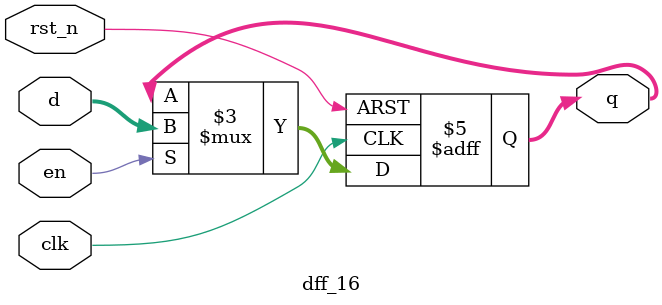
<source format=v>
module dff_16(q, d, en, rst_n, clk);
	input [15:0] d;
	input en, rst_n, clk;
	output reg [15:0] q;

	always @(posedge clk, negedge rst_n) begin
		if(rst_n) begin
			if(en) q <= d;
			else q <= q;
		end else q <= 0;
	end

endmodule

</source>
